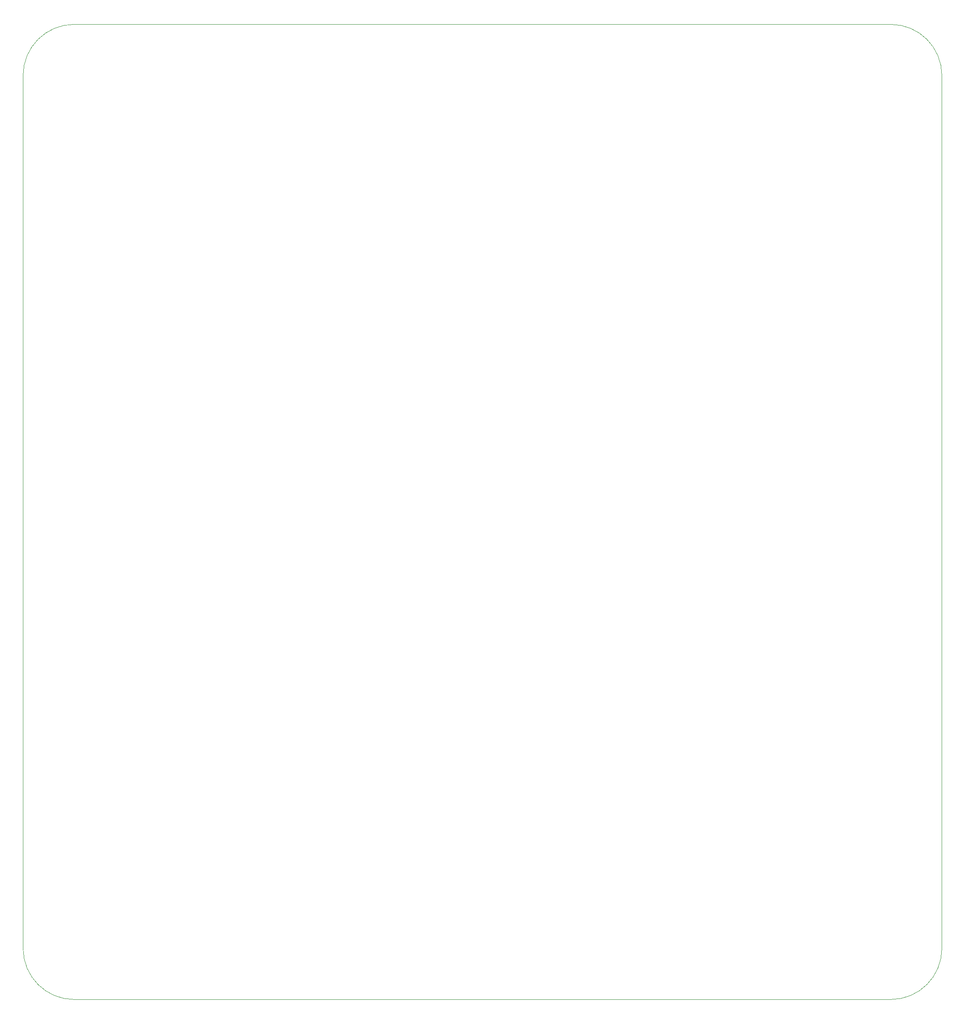
<source format=gbr>
%TF.GenerationSoftware,KiCad,Pcbnew,(5.1.9)-1*%
%TF.CreationDate,2021-07-24T23:41:22+02:00*%
%TF.ProjectId,RelayControls-HPK,52656c61-7943-46f6-9e74-726f6c732d48,V0.1*%
%TF.SameCoordinates,Original*%
%TF.FileFunction,Profile,NP*%
%FSLAX46Y46*%
G04 Gerber Fmt 4.6, Leading zero omitted, Abs format (unit mm)*
G04 Created by KiCad (PCBNEW (5.1.9)-1) date 2021-07-24 23:41:22*
%MOMM*%
%LPD*%
G01*
G04 APERTURE LIST*
%TA.AperFunction,Profile*%
%ADD10C,0.050000*%
%TD*%
G04 APERTURE END LIST*
D10*
X188000000Y-210000000D02*
X28000000Y-210000000D01*
X198000000Y-29000000D02*
X198000000Y-200000000D01*
X188000000Y-19000000D02*
X28000000Y-19000000D01*
X188000000Y-19000000D02*
G75*
G02*
X198000000Y-29000000I0J-10000000D01*
G01*
X198000000Y-200000000D02*
G75*
G02*
X188000000Y-210000000I-10000000J0D01*
G01*
X18000000Y-200000000D02*
X18000000Y-29000000D01*
X28000000Y-210000000D02*
G75*
G02*
X18000000Y-200000000I0J10000000D01*
G01*
X18000000Y-29000000D02*
G75*
G02*
X28000000Y-19000000I10000000J0D01*
G01*
M02*

</source>
